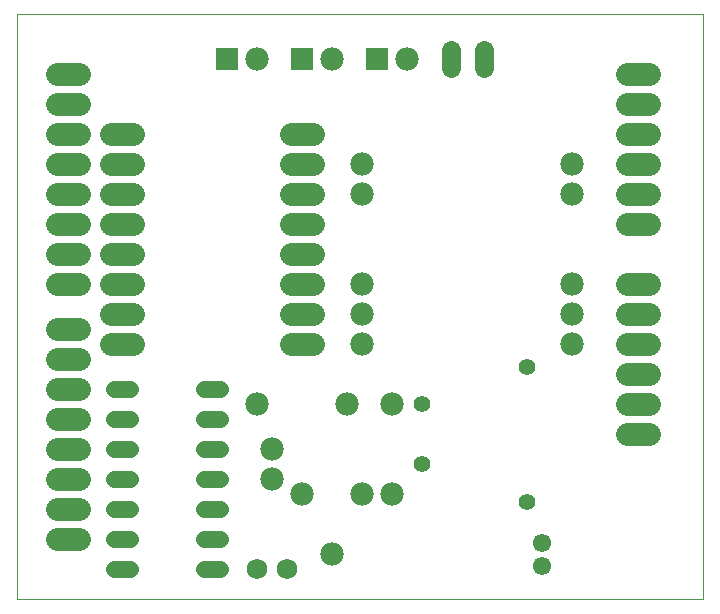
<source format=gbs>
G75*
G70*
%OFA0B0*%
%FSLAX24Y24*%
%IPPOS*%
%LPD*%
%AMOC8*
5,1,8,0,0,1.08239X$1,22.5*
%
%ADD10C,0.0000*%
%ADD11C,0.0780*%
%ADD12C,0.0560*%
%ADD13C,0.0690*%
%ADD14C,0.0780*%
%ADD15R,0.0780X0.0780*%
%ADD16C,0.0560*%
%ADD17C,0.0640*%
%ADD18C,0.0610*%
D10*
X000100Y010252D02*
X000100Y029748D01*
X022970Y029748D01*
X022970Y010252D01*
X000100Y010252D01*
D11*
X008600Y014252D03*
X009600Y013752D03*
X008600Y015252D03*
X008100Y016752D03*
X011100Y016752D03*
X012600Y016752D03*
X011600Y018752D03*
X011600Y019752D03*
X011600Y020752D03*
X011600Y023752D03*
X011600Y024752D03*
X010600Y028252D03*
X013100Y028252D03*
X008100Y028252D03*
X018600Y024752D03*
X018600Y023752D03*
X018600Y020752D03*
X018600Y019752D03*
X018600Y018752D03*
X012600Y013752D03*
X011600Y013752D03*
X010600Y011752D03*
D12*
X006860Y011252D02*
X006340Y011252D01*
X006340Y012252D02*
X006860Y012252D01*
X006860Y013252D02*
X006340Y013252D01*
X006340Y014252D02*
X006860Y014252D01*
X006860Y015252D02*
X006340Y015252D01*
X006340Y016252D02*
X006860Y016252D01*
X006860Y017252D02*
X006340Y017252D01*
X003860Y017252D02*
X003340Y017252D01*
X003340Y016252D02*
X003860Y016252D01*
X003860Y015252D02*
X003340Y015252D01*
X003340Y014252D02*
X003860Y014252D01*
X003860Y013252D02*
X003340Y013252D01*
X003340Y012252D02*
X003860Y012252D01*
X003860Y011252D02*
X003340Y011252D01*
D13*
X008100Y011252D03*
X009100Y011252D03*
D14*
X002170Y012252D02*
X001430Y012252D01*
X001430Y013252D02*
X002170Y013252D01*
X002170Y014252D02*
X001430Y014252D01*
X001430Y015252D02*
X002170Y015252D01*
X002170Y016252D02*
X001430Y016252D01*
X001430Y017252D02*
X002170Y017252D01*
X002170Y018252D02*
X001430Y018252D01*
X001430Y019252D02*
X002170Y019252D01*
X003230Y018752D02*
X003970Y018752D01*
X003970Y019752D02*
X003230Y019752D01*
X003230Y020752D02*
X003970Y020752D01*
X003970Y021752D02*
X003230Y021752D01*
X002170Y021752D02*
X001430Y021752D01*
X001430Y020752D02*
X002170Y020752D01*
X002170Y022752D02*
X001430Y022752D01*
X001430Y023752D02*
X002170Y023752D01*
X002170Y024752D02*
X001430Y024752D01*
X001430Y025752D02*
X002170Y025752D01*
X002170Y026752D02*
X001430Y026752D01*
X001430Y027752D02*
X002170Y027752D01*
X003230Y025752D02*
X003970Y025752D01*
X003970Y024752D02*
X003230Y024752D01*
X003230Y023752D02*
X003970Y023752D01*
X003970Y022752D02*
X003230Y022752D01*
X009230Y022752D02*
X009970Y022752D01*
X009970Y023752D02*
X009230Y023752D01*
X009230Y024752D02*
X009970Y024752D01*
X009970Y025752D02*
X009230Y025752D01*
X009230Y021752D02*
X009970Y021752D01*
X009970Y020752D02*
X009230Y020752D01*
X009230Y019752D02*
X009970Y019752D01*
X009970Y018752D02*
X009230Y018752D01*
X020430Y018752D02*
X021170Y018752D01*
X021170Y017752D02*
X020430Y017752D01*
X020430Y016752D02*
X021170Y016752D01*
X021170Y015752D02*
X020430Y015752D01*
X020430Y019752D02*
X021170Y019752D01*
X021170Y020752D02*
X020430Y020752D01*
X020430Y022752D02*
X021170Y022752D01*
X021170Y023752D02*
X020430Y023752D01*
X020430Y024752D02*
X021170Y024752D01*
X021170Y025752D02*
X020430Y025752D01*
X020430Y026752D02*
X021170Y026752D01*
X021170Y027752D02*
X020430Y027752D01*
D15*
X012100Y028252D03*
X009600Y028252D03*
X007100Y028252D03*
D16*
X017100Y018002D03*
X013600Y016752D03*
X013600Y014752D03*
X017100Y013502D03*
D17*
X015650Y027952D02*
X015650Y028552D01*
X014550Y028552D02*
X014550Y027952D01*
D18*
X017600Y012146D03*
X017600Y011359D03*
M02*

</source>
